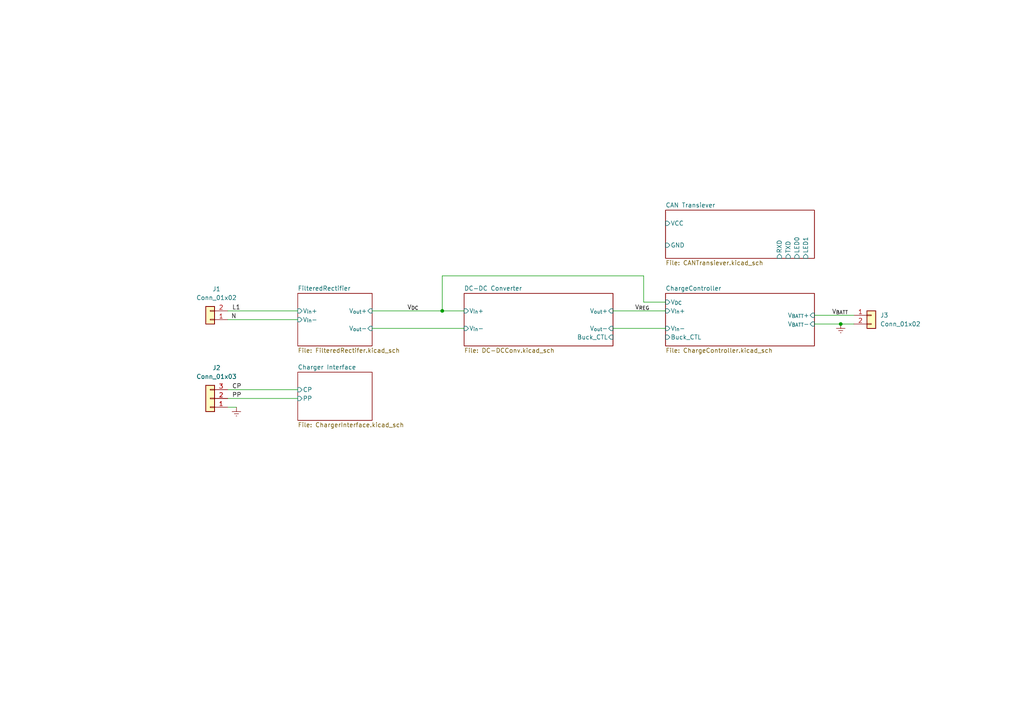
<source format=kicad_sch>
(kicad_sch (version 20210621) (generator eeschema)
  (paper "A4")
  (lib_symbols
    (symbol "Connector_Generic:Conn_01x02" (pin_names (offset 1.016) hide)
      (property "Reference" "J" (at 0 2.54 0))
      (property "Value" "Conn_01x02" (at 0 -5.08 0))
      (symbol "Conn_01x02_1_1"
        (rectangle (start -1.27 -2.413) (end 0 -2.667) (stroke (width 0.1524)))
        (rectangle (start -1.27 0.127) (end 0 -0.127) (stroke (width 0.1524)))
        (rectangle (start -1.27 1.27) (end 1.27 -3.81) (stroke (width 0.254)) (fill (type background)))
        (pin passive line (at -5.08 0 0) (length 3.81) (name "Pin_1") (number "1"))
        (pin passive line (at -5.08 -2.54 0) (length 3.81) (name "Pin_2") (number "2"))
      )
    )
    (symbol "Connector_Generic:Conn_01x03" (pin_names (offset 1.016) hide)
      (property "Reference" "J" (at 0 5.08 0))
      (property "Value" "Conn_01x03" (at 0 -5.08 0))
      (symbol "Conn_01x03_1_1"
        (rectangle (start -1.27 -2.413) (end 0 -2.667) (stroke (width 0.1524)))
        (rectangle (start -1.27 0.127) (end 0 -0.127) (stroke (width 0.1524)))
        (rectangle (start -1.27 2.667) (end 0 2.413) (stroke (width 0.1524)))
        (rectangle (start -1.27 3.81) (end 1.27 -3.81) (stroke (width 0.254)) (fill (type background)))
        (pin passive line (at -5.08 2.54 0) (length 3.81) (name "Pin_1") (number "1"))
        (pin passive line (at -5.08 0 0) (length 3.81) (name "Pin_2") (number "2"))
        (pin passive line (at -5.08 -2.54 0) (length 3.81) (name "Pin_3") (number "3"))
      )
    )
    (symbol "power:Earth" (power) (pin_names (offset 0))
      (symbol "Earth_0_1"
        (polyline (pts (xy -0.635 -1.905) (xy 0.635 -1.905)))
        (polyline (pts (xy -0.127 -2.54) (xy 0.127 -2.54)))
        (polyline (pts (xy 0 -1.27) (xy 0 0)))
        (polyline (pts (xy 1.27 -1.27) (xy -1.27 -1.27)))
      )
      (symbol "Earth_1_1"
        (pin power_in line (at 0 0 270) (length 0) hide (name "Earth") (number "1"))
      )
    )
  )
  (junction (at 128.27 90.17))
  (junction (at 243.84 93.98))
  (wire (pts (xy 134.62 95.25) (xy 107.95 95.25)))
  (wire (pts (xy 86.36 113.03) (xy 66.04 113.03)))
  (wire (pts (xy 177.8 90.17) (xy 193.04 90.17)))
  (wire (pts (xy 66.04 90.17) (xy 86.36 90.17)))
  (wire (pts (xy 193.04 95.25) (xy 177.8 95.25)))
  (wire (pts (xy 193.04 87.63) (xy 186.69 87.63)))
  (wire (pts (xy 66.04 92.71) (xy 86.36 92.71)))
  (wire (pts (xy 86.36 115.57) (xy 66.04 115.57)))
  (wire (pts (xy 128.27 90.17) (xy 134.62 90.17)))
  (wire (pts (xy 107.95 90.17) (xy 128.27 90.17)))
  (wire (pts (xy 128.27 80.01) (xy 128.27 90.17)))
  (wire (pts (xy 186.69 80.01) (xy 128.27 80.01)))
  (wire (pts (xy 186.69 87.63) (xy 186.69 80.01)))
  (wire (pts (xy 236.22 91.44) (xy 247.65 91.44)))
  (wire (pts (xy 243.84 93.98) (xy 247.65 93.98)))
  (wire (pts (xy 236.22 93.98) (xy 243.84 93.98)))
  (wire (pts (xy 68.58 118.11) (xy 66.04 118.11)))
  (label "N" (at 68.58 92.71 180))
  (label "CP" (at 67.31 113.03 0))
  (label "L1" (at 67.31 90.17 0))
  (label "V_{REG}" (at 184.15 90.17 0))
  (label "V_{BATT}" (at 241.3 91.44 0))
  (label "V_{DC}" (at 118.11 90.17 0))
  (label "PP" (at 67.31 115.57 0))
  (symbol (lib_id "Connector_Generic:Conn_01x02") (at 252.73 91.44 0) (unit 1)
    (property "Reference" "J3" (at 255.27 91.4399 0) (effects (justify left)))
    (property "Value" "Conn_01x02" (at 255.27 93.9799 0) (effects (justify left)))
    (property "Footprint" "Connector:Banana_Jack_2Pin" (effects hide))
  )
  (symbol (lib_id "Connector_Generic:Conn_01x02") (at 60.96 92.71 180) (unit 1)
    (property "Reference" "J1" (at 62.8015 83.82 0))
    (property "Value" "Conn_01x02" (at 62.8015 86.36 0))
    (property "Footprint" "Connector:Banana_Jack_2Pin" (effects hide))
  )
  (symbol (lib_id "power:Earth") (at 243.84 93.98 0) (unit 1)
    (property "Reference" "#PWR0102" (effects hide))
    (property "Value" "Earth" (effects hide))
  )
  (symbol (lib_id "Connector_Generic:Conn_01x03") (at 60.96 115.57 180) (unit 1)
    (property "Reference" "J2" (at 62.8015 106.68 0))
    (property "Value" "Conn_01x03" (at 62.8015 109.22 0))
    (property "Footprint" "Connector:Banana_Jack_3Pin" (effects hide))
  )
  (symbol (lib_id "power:Earth") (at 68.58 118.11 0) (unit 1)
    (property "Reference" "#PWR0101" (effects hide))
    (property "Value" "Earth" (effects hide))
  )
  (sheet (at 193.04 85.09) (size 43.18 15.24) (stroke (width 0.1524))
    (property "Sheet name" "ChargeController" (at 193.04 84.3784 0) (effects (justify left bottom)))
    (property "Sheet file" "ChargeController.kicad_sch" (at 193.04 100.9146 0) (effects (justify left top)))
    (pin "V_{in}+" input (at 193.04 90.17 180))
    (pin "V_{BATT}+" input (at 236.22 91.44 0))
    (pin "V_{DC}" input (at 193.04 87.63 180))
    (pin "V_{in}-" input (at 193.04 95.25 180))
    (pin "Buck_CTL" input (at 193.04 97.79 180))
    (pin "V_{BATT}-" input (at 236.22 93.98 0))
  )
  (sheet (at 86.36 85.09) (size 21.59 15.24) (stroke (width 0.1524))
    (property "Sheet name" "FilteredRectifier" (at 86.36 84.3784 0) (effects (justify left bottom)))
    (property "Sheet file" "FilteredRectifer.kicad_sch" (at 86.36 100.9146 0) (effects (justify left top)))
    (pin "V_{out}-" input (at 107.95 95.25 0))
    (pin "V_{out}+" input (at 107.95 90.17 0))
    (pin "V_{in}-" input (at 86.36 92.71 180))
    (pin "V_{in}+" input (at 86.36 90.17 180))
  )
  (sheet (at 86.36 107.95) (size 21.59 13.97) (stroke (width 0.1524))
    (property "Sheet name" "Charger Interface" (at 86.36 107.2384 0) (effects (justify left bottom)))
    (property "Sheet file" "ChargerInterface.kicad_sch" (at 86.36 122.5046 0) (effects (justify left top)))
    (pin "CP" input (at 86.36 113.03 180))
    (pin "PP" input (at 86.36 115.57 180))
  )
  (sheet (at 193.04 60.96) (size 43.18 13.97) (stroke (width 0.1524))
    (property "Sheet name" "CAN Transiever" (at 193.04 60.2484 0) (effects (justify left bottom)))
    (property "Sheet file" "CANTransiever.kicad_sch" (at 193.04 75.5146 0) (effects (justify left top)))
    (pin "RXD" input (at 226.06 74.93 270))
    (pin "TXD" input (at 228.6 74.93 270))
    (pin "VCC" input (at 193.04 64.77 180))
    (pin "GND" input (at 193.04 71.12 180))
    (pin "LED0" input (at 231.14 74.93 270))
    (pin "LED1" input (at 233.68 74.93 270))
  )
  (sheet (at 134.62 85.09) (size 43.18 15.24) (stroke (width 0.1524))
    (property "Sheet name" "DC-DC Converter" (at 134.62 84.3784 0) (effects (justify left bottom)))
    (property "Sheet file" "DC-DCConv.kicad_sch" (at 134.62 100.9146 0) (effects (justify left top)))
    (pin "Buck_CTL" input (at 177.8 97.79 0))
    (pin "V_{out}+" input (at 177.8 90.17 0))
    (pin "V_{out}-" input (at 177.8 95.25 0))
    (pin "V_{in}+" input (at 134.62 90.17 180))
    (pin "V_{in}-" input (at 134.62 95.25 180))
  )
)
</source>
